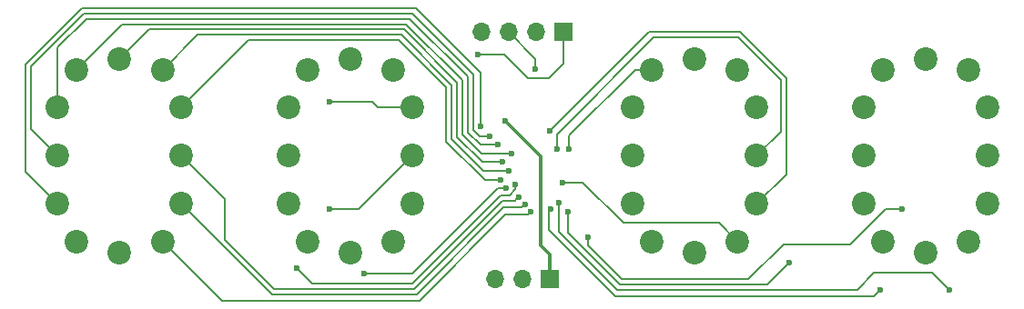
<source format=gbr>
G04 #@! TF.GenerationSoftware,KiCad,Pcbnew,(5.1.5-0-10_14)*
G04 #@! TF.CreationDate,2020-03-24T18:15:21-07:00*
G04 #@! TF.ProjectId,display_module,64697370-6c61-4795-9f6d-6f64756c652e,rev?*
G04 #@! TF.SameCoordinates,Original*
G04 #@! TF.FileFunction,Copper,L2,Bot*
G04 #@! TF.FilePolarity,Positive*
%FSLAX46Y46*%
G04 Gerber Fmt 4.6, Leading zero omitted, Abs format (unit mm)*
G04 Created by KiCad (PCBNEW (5.1.5-0-10_14)) date 2020-03-24 18:15:21*
%MOMM*%
%LPD*%
G04 APERTURE LIST*
%ADD10O,1.700000X1.700000*%
%ADD11R,1.700000X1.700000*%
%ADD12C,2.200000*%
%ADD13C,0.600000*%
%ADD14C,0.200000*%
%ADD15C,0.300000*%
G04 APERTURE END LIST*
D10*
X144690000Y-93500000D03*
X147230000Y-93500000D03*
X149770000Y-93500000D03*
D11*
X152310000Y-93500000D03*
D10*
X145960000Y-116500000D03*
X148500000Y-116500000D03*
D11*
X151040000Y-116500000D03*
D12*
X182000000Y-113000000D03*
X190000000Y-113000000D03*
X186000000Y-114000000D03*
X191750000Y-109500000D03*
X180250000Y-105000000D03*
X182000000Y-97000000D03*
X190000000Y-97000000D03*
X180250000Y-109500000D03*
X191750000Y-105000000D03*
X186000000Y-96000000D03*
X191750000Y-100500000D03*
X180250000Y-100500000D03*
X107000000Y-113000000D03*
X115000000Y-113000000D03*
X111000000Y-114000000D03*
X116750000Y-109500000D03*
X105250000Y-105000000D03*
X107000000Y-97000000D03*
X115000000Y-97000000D03*
X105250000Y-109500000D03*
X116750000Y-105000000D03*
X111000000Y-96000000D03*
X116750000Y-100500000D03*
X105250000Y-100500000D03*
X160500000Y-113000000D03*
X168500000Y-113000000D03*
X164500000Y-114000000D03*
X170250000Y-109500000D03*
X158750000Y-105000000D03*
X160500000Y-97000000D03*
X168500000Y-97000000D03*
X158750000Y-109500000D03*
X170250000Y-105000000D03*
X164500000Y-96000000D03*
X170250000Y-100500000D03*
X158750000Y-100500000D03*
X128500000Y-113000000D03*
X136500000Y-113000000D03*
X132500000Y-114000000D03*
X138250000Y-109500000D03*
X126750000Y-105000000D03*
X128500000Y-97000000D03*
X136500000Y-97000000D03*
X126750000Y-109500000D03*
X138250000Y-105000000D03*
X132500000Y-96000000D03*
X138250000Y-100500000D03*
X126750000Y-100500000D03*
D13*
X151900000Y-109400000D03*
X188200000Y-117500000D03*
X151100000Y-110000000D03*
X181750000Y-117500000D03*
X154600000Y-112600000D03*
X183750000Y-110000000D03*
X152700000Y-110200000D03*
X173250000Y-115000000D03*
X152200000Y-107500000D03*
X150999993Y-102700007D03*
X152800000Y-104400006D03*
X151699994Y-104400000D03*
X146947499Y-107991640D03*
X133750000Y-116000000D03*
X147806082Y-107721720D03*
X127500000Y-115500000D03*
X149283136Y-110219672D03*
X148710086Y-109525673D03*
X145400000Y-103200000D03*
X147500000Y-104800000D03*
X147200000Y-106400006D03*
X144600000Y-102300000D03*
X148111776Y-108853329D03*
X146600000Y-105600000D03*
X146444980Y-107244984D03*
X146200002Y-104000000D03*
X146900000Y-101800000D03*
X149700000Y-96900000D03*
X144300000Y-95600000D03*
X130500000Y-110000000D03*
X130500000Y-100000000D03*
D14*
X151900000Y-112107122D02*
X151900000Y-109824264D01*
X157292898Y-117500020D02*
X151900000Y-112107122D01*
X186600000Y-115900000D02*
X181200000Y-115900000D01*
X188200000Y-117500000D02*
X186600000Y-115900000D01*
X179599980Y-117500020D02*
X157292898Y-117500020D01*
X181200000Y-115900000D02*
X179599980Y-117500020D01*
X151900000Y-109824264D02*
X151900000Y-109400000D01*
X181750000Y-117500000D02*
X181150000Y-118100000D01*
X181150000Y-118100000D02*
X157100000Y-118100000D01*
X157100000Y-118100000D02*
X150900000Y-111900000D01*
X150900000Y-111900000D02*
X150900000Y-110200000D01*
X150900000Y-110200000D02*
X151000000Y-110100000D01*
X151000000Y-110100000D02*
X151100000Y-110000000D01*
X183750000Y-110000000D02*
X182250000Y-110000000D01*
X182250000Y-110000000D02*
X179000000Y-113250000D01*
X179000000Y-113250000D02*
X172750000Y-113250000D01*
X172750000Y-113250000D02*
X169500000Y-116500000D01*
X169500000Y-116500000D02*
X157707120Y-116500000D01*
X157707120Y-116500000D02*
X154600000Y-113392880D01*
X154600000Y-113392880D02*
X154600000Y-112600000D01*
X152700000Y-110624264D02*
X152700000Y-110200000D01*
X152700000Y-112200002D02*
X152700000Y-110624264D01*
X157500008Y-117000010D02*
X152700000Y-112200002D01*
X171249990Y-117000010D02*
X157500008Y-117000010D01*
X173250000Y-115000000D02*
X171249990Y-117000010D01*
X154100000Y-107500000D02*
X152200000Y-107500000D01*
X157850000Y-111250000D02*
X154100000Y-107500000D01*
X168500000Y-113000000D02*
X166750000Y-111250000D01*
X166750000Y-111250000D02*
X157850000Y-111250000D01*
X173000000Y-97750000D02*
X168749989Y-93499989D01*
X170250000Y-109500000D02*
X173000000Y-106750000D01*
X173000000Y-106750000D02*
X173000000Y-97750000D01*
X168749989Y-93499989D02*
X160214009Y-93499989D01*
X160214009Y-93499989D02*
X151000000Y-102713998D01*
X152800000Y-103975742D02*
X152800000Y-104400006D01*
X152800000Y-103144366D02*
X152800000Y-103975742D01*
X160500000Y-97000000D02*
X158944366Y-97000000D01*
X158944366Y-97000000D02*
X152800000Y-103144366D01*
X170250000Y-105000000D02*
X172499989Y-102750011D01*
X172499989Y-97957111D02*
X168542878Y-94000000D01*
X168542878Y-94000000D02*
X160700000Y-94000000D01*
X172499989Y-102750011D02*
X172499989Y-97957111D01*
X160700000Y-94000000D02*
X151699994Y-103000006D01*
X151699994Y-103000006D02*
X151699994Y-103975736D01*
X151699994Y-103975736D02*
X151699994Y-104400000D01*
X138201098Y-116000000D02*
X146209458Y-107991640D01*
X146209458Y-107991640D02*
X146523235Y-107991640D01*
X133750000Y-116000000D02*
X138201098Y-116000000D01*
X146523235Y-107991640D02*
X146947499Y-107991640D01*
X147260425Y-108691641D02*
X147806082Y-108145984D01*
X147806082Y-108145984D02*
X147806082Y-107721720D01*
X146449396Y-108691641D02*
X147260425Y-108691641D01*
X138226789Y-116914248D02*
X146449396Y-108691641D01*
X128914248Y-116914248D02*
X138226789Y-116914248D01*
X127500000Y-115500000D02*
X128914248Y-116914248D01*
X115000000Y-113000000D02*
X120500008Y-118500008D01*
X120500008Y-118500008D02*
X138899992Y-118500008D01*
X138899992Y-118500008D02*
X146880329Y-110519671D01*
X148983137Y-110519671D02*
X149283136Y-110219672D01*
X146880329Y-110519671D02*
X148983137Y-110519671D01*
X138641013Y-117914268D02*
X146729609Y-109825672D01*
X148410087Y-109825672D02*
X148710086Y-109525673D01*
X116750000Y-109500000D02*
X125164268Y-117914268D01*
X146729609Y-109825672D02*
X148410087Y-109825672D01*
X125164268Y-117914268D02*
X138641013Y-117914268D01*
X144975736Y-103200000D02*
X145400000Y-103200000D01*
X144463996Y-103200000D02*
X144975736Y-103200000D01*
X143899998Y-102636002D02*
X144463996Y-103200000D01*
X138207131Y-91750011D02*
X143899998Y-97442878D01*
X107707111Y-91750011D02*
X138207131Y-91750011D01*
X143899998Y-97442878D02*
X143899998Y-102636002D01*
X102750011Y-96707111D02*
X107707111Y-91750011D01*
X102750011Y-102500011D02*
X102750011Y-96707111D01*
X105250000Y-105000000D02*
X102750011Y-102500011D01*
X142899978Y-103050226D02*
X144649752Y-104800000D01*
X147075736Y-104800000D02*
X147500000Y-104800000D01*
X107000000Y-97000000D02*
X111249967Y-92750033D01*
X142899978Y-97975714D02*
X142899978Y-103050226D01*
X137674297Y-92750033D02*
X142899978Y-97975714D01*
X111249967Y-92750033D02*
X137674297Y-92750033D01*
X144649752Y-104800000D02*
X147075736Y-104800000D01*
X141899958Y-103464450D02*
X144835514Y-106400006D01*
X118249945Y-93750055D02*
X137207175Y-93750055D01*
X144835514Y-106400006D02*
X146775736Y-106400006D01*
X141899958Y-98442838D02*
X141899958Y-103464450D01*
X137207175Y-93750055D02*
X141899958Y-98442838D01*
X146775736Y-106400006D02*
X147200000Y-106400006D01*
X115000000Y-97000000D02*
X118249945Y-93750055D01*
X102250000Y-96500000D02*
X107500000Y-91250000D01*
X102250000Y-106500000D02*
X102250000Y-96500000D01*
X144600000Y-97300000D02*
X144600000Y-101875736D01*
X144600000Y-101875736D02*
X144600000Y-102300000D01*
X105250000Y-109500000D02*
X102250000Y-106500000D01*
X107500000Y-91250000D02*
X138550000Y-91250000D01*
X138550000Y-91250000D02*
X144600000Y-97300000D01*
X147811777Y-109153328D02*
X148111776Y-108853329D01*
X120825742Y-112868620D02*
X125371380Y-117414258D01*
X120825742Y-109075742D02*
X120825742Y-112868620D01*
X116750000Y-105000000D02*
X120825742Y-109075742D01*
X138433901Y-117414258D02*
X146656508Y-109191652D01*
X147773453Y-109191652D02*
X147811777Y-109153328D01*
X146656508Y-109191652D02*
X147773453Y-109191652D01*
X125371380Y-117414258D02*
X138433901Y-117414258D01*
X144742630Y-105600000D02*
X146175736Y-105600000D01*
X137467186Y-93250044D02*
X142399968Y-98182826D01*
X146175736Y-105600000D02*
X146600000Y-105600000D01*
X142399968Y-103257338D02*
X144742630Y-105600000D01*
X142399968Y-98182826D02*
X142399968Y-103257338D01*
X111000000Y-96000000D02*
X113749956Y-93250044D01*
X113749956Y-93250044D02*
X137467186Y-93250044D01*
X141399948Y-103671562D02*
X144973370Y-107244984D01*
X141399948Y-98649950D02*
X141399948Y-103671562D01*
X137000064Y-94250066D02*
X141399948Y-98649950D01*
X122999934Y-94250066D02*
X137000064Y-94250066D01*
X116750000Y-100500000D02*
X122999934Y-94250066D01*
X146020716Y-107244984D02*
X146444980Y-107244984D01*
X144973370Y-107244984D02*
X146020716Y-107244984D01*
X138000020Y-92250022D02*
X143399988Y-97649990D01*
X107914222Y-92250022D02*
X138000020Y-92250022D01*
X105250000Y-94914244D02*
X107914222Y-92250022D01*
X105250000Y-100500000D02*
X105250000Y-94914244D01*
X145775738Y-104000000D02*
X146200002Y-104000000D01*
X144556874Y-104000000D02*
X145775738Y-104000000D01*
X143399988Y-102843114D02*
X144556874Y-104000000D01*
X143399988Y-97649990D02*
X143399988Y-102843114D01*
D15*
X151040000Y-116500000D02*
X151040000Y-114240000D01*
X151040000Y-114240000D02*
X150200000Y-113400000D01*
X150200000Y-113400000D02*
X150200000Y-105300000D01*
X150200000Y-105300000D02*
X150200000Y-105100000D01*
X150200000Y-105100000D02*
X146900000Y-101800000D01*
D14*
X149700000Y-95970000D02*
X149700000Y-96900000D01*
X147230000Y-93500000D02*
X149700000Y-95970000D01*
X144300000Y-95600000D02*
X146800000Y-95600000D01*
X146800000Y-95600000D02*
X149000000Y-97800000D01*
X149000000Y-97800000D02*
X150900000Y-97800000D01*
X152310000Y-96390000D02*
X152310000Y-93500000D01*
X150900000Y-97800000D02*
X152310000Y-96390000D01*
X130500000Y-110000000D02*
X133250000Y-110000000D01*
X133250000Y-110000000D02*
X138250000Y-105000000D01*
X134500000Y-100000000D02*
X135000000Y-100500000D01*
X135000000Y-100500000D02*
X138250000Y-100500000D01*
X130500000Y-100000000D02*
X134500000Y-100000000D01*
M02*

</source>
